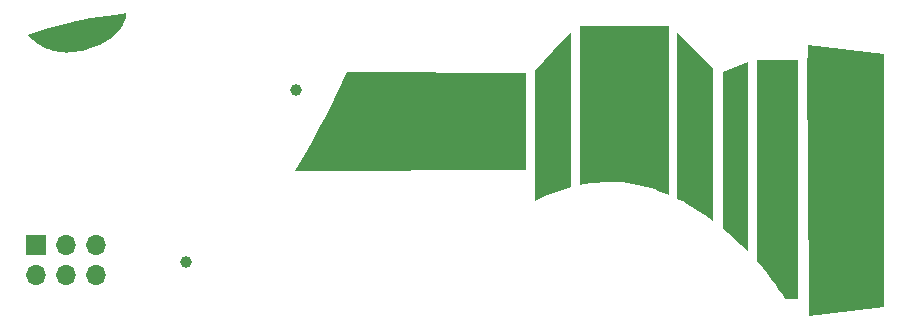
<source format=gts>
%TF.GenerationSoftware,KiCad,Pcbnew,9.0.0*%
%TF.CreationDate,2025-03-23T17:22:46-07:00*%
%TF.ProjectId,portal-gun,706f7274-616c-42d6-9775-6e2e6b696361,rev?*%
%TF.SameCoordinates,Original*%
%TF.FileFunction,Soldermask,Top*%
%TF.FilePolarity,Negative*%
%FSLAX46Y46*%
G04 Gerber Fmt 4.6, Leading zero omitted, Abs format (unit mm)*
G04 Created by KiCad (PCBNEW 9.0.0) date 2025-03-23 17:22:46*
%MOMM*%
%LPD*%
G01*
G04 APERTURE LIST*
%ADD10C,1.000000*%
%ADD11R,1.700000X1.700000*%
%ADD12O,1.700000X1.700000*%
G04 APERTURE END LIST*
D10*
%TO.C,REF\u002A\u002A*%
X146225000Y-74175000D03*
%TD*%
D11*
%TO.C,J1*%
X124195000Y-87260000D03*
D12*
X124195000Y-89800000D03*
X126735000Y-87260000D03*
X126735000Y-89800000D03*
X129275000Y-87260000D03*
X129275000Y-89800000D03*
%TD*%
D10*
%TO.C,REF\u002A\u002A*%
X136925000Y-88675000D03*
%TD*%
G36*
X188722313Y-71588762D02*
G01*
X188722313Y-91838494D01*
X188721731Y-91839079D01*
X187636461Y-91844190D01*
X187636003Y-91843935D01*
X187453642Y-91546896D01*
X187262126Y-91251558D01*
X187064222Y-90960136D01*
X186862826Y-90675056D01*
X186461233Y-90133759D01*
X186080547Y-89647125D01*
X185744003Y-89234666D01*
X185744003Y-89234665D01*
X185474872Y-88915930D01*
X185231549Y-88637377D01*
X185231421Y-88637037D01*
X185231421Y-71590595D01*
X185232006Y-71590009D01*
X188721727Y-71588176D01*
X188722313Y-71588762D01*
G37*
G36*
X131858443Y-67651666D02*
G01*
X131850996Y-67750094D01*
X131850991Y-67750132D01*
X131833455Y-67864799D01*
X131833448Y-67864834D01*
X131799339Y-68016349D01*
X131799330Y-68016386D01*
X131743137Y-68199562D01*
X131743123Y-68199601D01*
X131659330Y-68409241D01*
X131659312Y-68409281D01*
X131542408Y-68640192D01*
X131542385Y-68640232D01*
X131386857Y-68887213D01*
X131386836Y-68887243D01*
X131292861Y-69015145D01*
X131292846Y-69015164D01*
X131187149Y-69145134D01*
X131187133Y-69145152D01*
X131069024Y-69276543D01*
X131069007Y-69276561D01*
X130937796Y-69408723D01*
X130937778Y-69408740D01*
X130792777Y-69541026D01*
X130792758Y-69541042D01*
X130633277Y-69672801D01*
X130633258Y-69672816D01*
X130458607Y-69803399D01*
X130458588Y-69803413D01*
X130268080Y-69932171D01*
X130268061Y-69932184D01*
X130061006Y-70058468D01*
X130060986Y-70058479D01*
X129836686Y-70181645D01*
X129594452Y-70301043D01*
X129333604Y-70416018D01*
X129053454Y-70525921D01*
X128753313Y-70630103D01*
X128432491Y-70727915D01*
X128090296Y-70818709D01*
X127817347Y-70878911D01*
X127817323Y-70878916D01*
X127552194Y-70923593D01*
X127552169Y-70923597D01*
X127294907Y-70953644D01*
X127294882Y-70953646D01*
X127045544Y-70969955D01*
X127045518Y-70969956D01*
X126804159Y-70973420D01*
X126804133Y-70973420D01*
X126570810Y-70964931D01*
X126570785Y-70964929D01*
X126345553Y-70945381D01*
X126345529Y-70945378D01*
X126128444Y-70915662D01*
X126128420Y-70915658D01*
X125919540Y-70876668D01*
X125919517Y-70876663D01*
X125718896Y-70829291D01*
X125718874Y-70829285D01*
X125526557Y-70774421D01*
X125342603Y-70712956D01*
X125167077Y-70645786D01*
X125000037Y-70573805D01*
X124841536Y-70497905D01*
X124691632Y-70418978D01*
X124550380Y-70337920D01*
X124417836Y-70255620D01*
X124294057Y-70172972D01*
X124179090Y-70090866D01*
X123975868Y-69931879D01*
X123975847Y-69931862D01*
X123808576Y-69785771D01*
X123808558Y-69785755D01*
X123677670Y-69659687D01*
X123583619Y-69560791D01*
X123583603Y-69560773D01*
X123507484Y-69472689D01*
X123507780Y-69471651D01*
X125015615Y-68999570D01*
X126340913Y-68611763D01*
X126983479Y-68438841D01*
X127550563Y-68302360D01*
X128142821Y-68185103D01*
X128821825Y-68069423D01*
X129536503Y-67959651D01*
X130235777Y-67860118D01*
X131383805Y-67709111D01*
X131857758Y-67651013D01*
X131858443Y-67651666D01*
G37*
G36*
X184485794Y-71762134D02*
G01*
X184485794Y-87815752D01*
X184484576Y-87816269D01*
X183938896Y-87290171D01*
X183485745Y-86861897D01*
X183485745Y-86861896D01*
X183118703Y-86522600D01*
X183118703Y-86522601D01*
X182831766Y-86263842D01*
X182474408Y-85954358D01*
X182365732Y-85866013D01*
X182365538Y-85865605D01*
X182365538Y-72622169D01*
X182365879Y-72621662D01*
X184484911Y-71761539D01*
X184485794Y-71762134D01*
G37*
G36*
X177792808Y-68690921D02*
G01*
X177792808Y-83003566D01*
X177791931Y-83004161D01*
X177372261Y-82837584D01*
X176894670Y-82666437D01*
X176602401Y-82569615D01*
X176602401Y-82569616D01*
X176279612Y-82469380D01*
X175930183Y-82368804D01*
X175930183Y-82368803D01*
X175557990Y-82270959D01*
X175166915Y-82178917D01*
X175166915Y-82178918D01*
X174760749Y-82095733D01*
X174343413Y-82024483D01*
X173918793Y-81968242D01*
X173704927Y-81946703D01*
X173490705Y-81930068D01*
X173490705Y-81930069D01*
X173276557Y-81918716D01*
X173063001Y-81913033D01*
X172851396Y-81913656D01*
X172851397Y-81913657D01*
X172629168Y-81920227D01*
X172629167Y-81920226D01*
X172166422Y-81947919D01*
X171701489Y-81989552D01*
X171261099Y-82038564D01*
X170561051Y-82132459D01*
X170561052Y-82132460D01*
X170279692Y-82177188D01*
X170278990Y-82176589D01*
X170278990Y-68695070D01*
X170279575Y-68694484D01*
X177792222Y-68690335D01*
X177792808Y-68690921D01*
G37*
G36*
X181530772Y-72391087D02*
G01*
X181530914Y-72391444D01*
X181530914Y-85198112D01*
X181529820Y-85198667D01*
X181202088Y-84959510D01*
X180888466Y-84739076D01*
X180306152Y-84351622D01*
X180306152Y-84351621D01*
X179790754Y-84032746D01*
X179350446Y-83779123D01*
X178993605Y-83587552D01*
X178728462Y-83454745D01*
X178506136Y-83352283D01*
X178505820Y-83351790D01*
X178505820Y-69205048D01*
X178507079Y-69204546D01*
X181530772Y-72391087D01*
G37*
G36*
X196025496Y-71099052D02*
G01*
X196026000Y-71099620D01*
X196026000Y-92500378D01*
X196025500Y-92500945D01*
X189649677Y-93301048D01*
X189649000Y-93300451D01*
X189649000Y-91850254D01*
X189643921Y-91840899D01*
X189643860Y-91840659D01*
X189527350Y-71589163D01*
X189527351Y-71589126D01*
X189549000Y-71274960D01*
X189549000Y-70324550D01*
X189549672Y-70323954D01*
X196025496Y-71099052D01*
G37*
G36*
X169533370Y-69221647D02*
G01*
X169546720Y-75793257D01*
X169533370Y-82364538D01*
X169532954Y-82365077D01*
X169275175Y-82432756D01*
X169013320Y-82509801D01*
X169013321Y-82509802D01*
X168487789Y-82684691D01*
X167979322Y-82874551D01*
X167511198Y-83064108D01*
X167511199Y-83064109D01*
X167106597Y-83238127D01*
X166788826Y-83381319D01*
X166506215Y-83514421D01*
X166505286Y-83513832D01*
X166505286Y-72507602D01*
X166505421Y-72507253D01*
X168005242Y-70864378D01*
X169043794Y-69734993D01*
X169391403Y-69362797D01*
X169532133Y-69221139D01*
X169533370Y-69221647D01*
G37*
G36*
X165700178Y-72689468D02*
G01*
X165700760Y-72690053D01*
X165700760Y-80917453D01*
X165700177Y-80918038D01*
X146179254Y-80998979D01*
X146178675Y-80997969D01*
X146939760Y-79710376D01*
X147615586Y-78516173D01*
X148217782Y-77402440D01*
X148757613Y-76356875D01*
X149246384Y-75367108D01*
X149695391Y-74420788D01*
X150519410Y-72608801D01*
X150519908Y-72608482D01*
X165700178Y-72689468D01*
G37*
M02*

</source>
